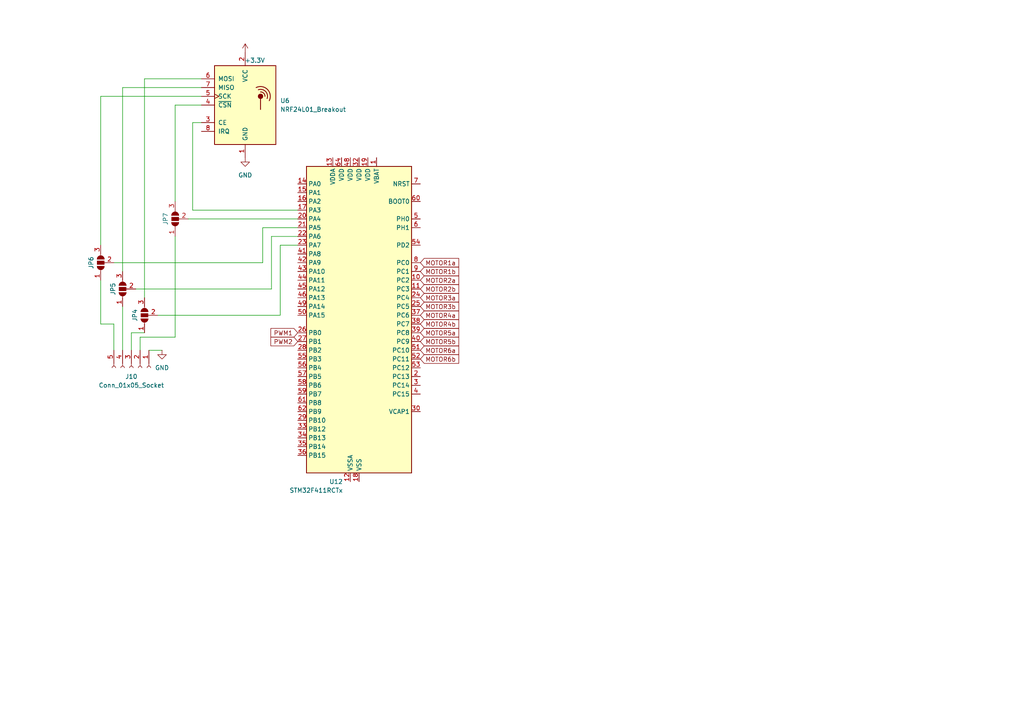
<source format=kicad_sch>
(kicad_sch (version 20250114) (generator "eeschema") (generator_version "9.0")
  (paper "A4")
  (lib_symbols
    (symbol "Connector:Conn_01x05_Socket" (pin_names (offset 1.016) (hide yes))
      (property "Reference" "J" (at 0 7.62 0))
      (property "Value" "Conn_01x05_Socket" (at 0 -7.62 0))
      (symbol "Conn_01x05_Socket_1_1"
        (polyline (pts (xy -1.27 5.08) (xy -0.508 5.08)) (stroke (width 0.1524)))
        (polyline (pts (xy -1.27 2.54) (xy -0.508 2.54)) (stroke (width 0.1524)))
        (polyline (pts (xy -1.27 0) (xy -0.508 0)) (stroke (width 0.1524)))
        (polyline (pts (xy -1.27 -2.54) (xy -0.508 -2.54)) (stroke (width 0.1524)))
        (polyline (pts (xy -1.27 -5.08) (xy -0.508 -5.08)) (stroke (width 0.1524)))
        (arc (start 0 4.572) (mid -0.5058 5.08) (end 0 5.588) (stroke (width 0.1524)))
        (arc (start 0 2.032) (mid -0.5058 2.54) (end 0 3.048) (stroke (width 0.1524)))
        (arc (start 0 -0.508) (mid -0.5058 0) (end 0 0.508) (stroke (width 0.1524)))
        (arc (start 0 -3.048) (mid -0.5058 -2.54) (end 0 -2.032) (stroke (width 0.1524)))
        (arc (start 0 -5.588) (mid -0.5058 -5.08) (end 0 -4.572) (stroke (width 0.1524)))
        (pin passive line (at -5.08 5.08 0) (length 3.81) (name "Pin_1") (number "1"))
        (pin passive line (at -5.08 2.54 0) (length 3.81) (name "Pin_2") (number "2"))
        (pin passive line (at -5.08 0 0) (length 3.81) (name "Pin_3") (number "3"))
        (pin passive line (at -5.08 -2.54 0) (length 3.81) (name "Pin_4") (number "4"))
        (pin passive line (at -5.08 -5.08 0) (length 3.81) (name "Pin_5") (number "5"))
      )
    )
    (symbol "Jumper:SolderJumper_3_Open" (pin_names (offset 0) (hide yes)) (in_bom no)
      (property "Reference" "JP" (at -2.54 -2.54 0))
      (property "Value" "SolderJumper_3_Open" (at 0 2.794 0))
      (symbol "SolderJumper_3_Open_0_1"
        (polyline (pts (xy -2.54 0) (xy -2.032 0)))
        (polyline (pts (xy -1.016 1.016) (xy -1.016 -1.016)))
        (arc (start -1.016 -1.016) (mid -2.0276 0) (end -1.016 1.016))
        (arc (start -1.016 -1.016) (mid -2.0276 0) (end -1.016 1.016) (fill (type outline)))
        (rectangle (start -0.508 1.016) (end 0.508 -1.016) (fill (type outline)))
        (polyline (pts (xy 0 -1.27) (xy 0 -1.016)))
        (arc (start 1.016 1.016) (mid 2.0276 0) (end 1.016 -1.016))
        (arc (start 1.016 1.016) (mid 2.0276 0) (end 1.016 -1.016) (fill (type outline)))
        (polyline (pts (xy 1.016 1.016) (xy 1.016 -1.016)))
        (polyline (pts (xy 2.54 0) (xy 2.032 0)))
      )
      (symbol "SolderJumper_3_Open_1_1"
        (pin passive line (at -5.08 0 0) (length 2.54) (name "A") (number "1"))
        (pin passive line (at 0 -3.81 90) (length 2.54) (name "C") (number "2"))
        (pin passive line (at 5.08 0 180) (length 2.54) (name "B") (number "3"))
      )
    )
    (symbol "MCU_ST_STM32F4:STM32F411RCTx"
      (property "Reference" "U" (at -15.24 46.99 0))
      (property "Value" "STM32F411RCTx" (at 10.16 46.99 0))
      (symbol "STM32F411RCTx_0_1"
        (rectangle (start -15.24 -43.18) (end 15.24 45.72) (stroke (width 0.254)) (fill (type background)))
      )
      (symbol "STM32F411RCTx_1_1"
        (pin input line (at -17.78 40.64 0) (length 2.54) (name "NRST") (number "7"))
        (pin input line (at -17.78 35.56 0) (length 2.54) (name "BOOT0") (number "60"))
        (pin bidirectional line (at -17.78 30.48 0) (length 2.54) (name "PH0") (number "5"))
        (pin bidirectional line (at -17.78 27.94 0) (length 2.54) (name "PH1") (number "6"))
        (pin bidirectional line (at -17.78 22.86 0) (length 2.54) (name "PD2") (number "54"))
        (pin bidirectional line (at -17.78 17.78 0) (length 2.54) (name "PC0") (number "8"))
        (pin bidirectional line (at -17.78 15.24 0) (length 2.54) (name "PC1") (number "9"))
        (pin bidirectional line (at -17.78 12.7 0) (length 2.54) (name "PC2") (number "10"))
        (pin bidirectional line (at -17.78 10.16 0) (length 2.54) (name "PC3") (number "11"))
        (pin bidirectional line (at -17.78 7.62 0) (length 2.54) (name "PC4") (number "24"))
        (pin bidirectional line (at -17.78 5.08 0) (length 2.54) (name "PC5") (number "25"))
        (pin bidirectional line (at -17.78 2.54 0) (length 2.54) (name "PC6") (number "37"))
        (pin bidirectional line (at -17.78 0 0) (length 2.54) (name "PC7") (number "38"))
        (pin bidirectional line (at -17.78 -2.54 0) (length 2.54) (name "PC8") (number "39"))
        (pin bidirectional line (at -17.78 -5.08 0) (length 2.54) (name "PC9") (number "40"))
        (pin bidirectional line (at -17.78 -7.62 0) (length 2.54) (name "PC10") (number "51"))
        (pin bidirectional line (at -17.78 -10.16 0) (length 2.54) (name "PC11") (number "52"))
        (pin bidirectional line (at -17.78 -12.7 0) (length 2.54) (name "PC12") (number "53"))
        (pin bidirectional line (at -17.78 -15.24 0) (length 2.54) (name "PC13") (number "2"))
        (pin bidirectional line (at -17.78 -17.78 0) (length 2.54) (name "PC14") (number "3"))
        (pin bidirectional line (at -17.78 -20.32 0) (length 2.54) (name "PC15") (number "4"))
        (pin power_out line (at -17.78 -25.4 0) (length 2.54) (name "VCAP1") (number "30"))
        (pin power_in line (at -5.08 48.26 270) (length 2.54) (name "VBAT") (number "1"))
        (pin power_in line (at -2.54 48.26 270) (length 2.54) (name "VDD") (number "19"))
        (pin power_in line (at 0 48.26 270) (length 2.54) (name "VDD") (number "32"))
        (pin power_in line (at 0 -45.72 90) (length 2.54) (name "VSS") (number "18"))
        (pin passive line (at 0 -45.72 90) (length 2.54) (hide yes) (name "VSS") (number "31"))
        (pin passive line (at 0 -45.72 90) (length 2.54) (hide yes) (name "VSS") (number "47"))
        (pin passive line (at 0 -45.72 90) (length 2.54) (hide yes) (name "VSS") (number "63"))
        (pin power_in line (at 2.54 48.26 270) (length 2.54) (name "VDD") (number "48"))
        (pin power_in line (at 2.54 -45.72 90) (length 2.54) (name "VSSA") (number "12"))
        (pin power_in line (at 5.08 48.26 270) (length 2.54) (name "VDD") (number "64"))
        (pin power_in line (at 7.62 48.26 270) (length 2.54) (name "VDDA") (number "13"))
        (pin bidirectional line (at 17.78 40.64 180) (length 2.54) (name "PA0") (number "14"))
        (pin bidirectional line (at 17.78 38.1 180) (length 2.54) (name "PA1") (number "15"))
        (pin bidirectional line (at 17.78 35.56 180) (length 2.54) (name "PA2") (number "16"))
        (pin bidirectional line (at 17.78 33.02 180) (length 2.54) (name "PA3") (number "17"))
        (pin bidirectional line (at 17.78 30.48 180) (length 2.54) (name "PA4") (number "20"))
        (pin bidirectional line (at 17.78 27.94 180) (length 2.54) (name "PA5") (number "21"))
        (pin bidirectional line (at 17.78 25.4 180) (length 2.54) (name "PA6") (number "22"))
        (pin bidirectional line (at 17.78 22.86 180) (length 2.54) (name "PA7") (number "23"))
        (pin bidirectional line (at 17.78 20.32 180) (length 2.54) (name "PA8") (number "41"))
        (pin bidirectional line (at 17.78 17.78 180) (length 2.54) (name "PA9") (number "42"))
        (pin bidirectional line (at 17.78 15.24 180) (length 2.54) (name "PA10") (number "43"))
        (pin bidirectional line (at 17.78 12.7 180) (length 2.54) (name "PA11") (number "44"))
        (pin bidirectional line (at 17.78 10.16 180) (length 2.54) (name "PA12") (number "45"))
        (pin bidirectional line (at 17.78 7.62 180) (length 2.54) (name "PA13") (number "46"))
        (pin bidirectional line (at 17.78 5.08 180) (length 2.54) (name "PA14") (number "49"))
        (pin bidirectional line (at 17.78 2.54 180) (length 2.54) (name "PA15") (number "50"))
        (pin bidirectional line (at 17.78 -2.54 180) (length 2.54) (name "PB0") (number "26"))
        (pin bidirectional line (at 17.78 -5.08 180) (length 2.54) (name "PB1") (number "27"))
        (pin bidirectional line (at 17.78 -7.62 180) (length 2.54) (name "PB2") (number "28"))
        (pin bidirectional line (at 17.78 -10.16 180) (length 2.54) (name "PB3") (number "55"))
        (pin bidirectional line (at 17.78 -12.7 180) (length 2.54) (name "PB4") (number "56"))
        (pin bidirectional line (at 17.78 -15.24 180) (length 2.54) (name "PB5") (number "57"))
        (pin bidirectional line (at 17.78 -17.78 180) (length 2.54) (name "PB6") (number "58"))
        (pin bidirectional line (at 17.78 -20.32 180) (length 2.54) (name "PB7") (number "59"))
        (pin bidirectional line (at 17.78 -22.86 180) (length 2.54) (name "PB8") (number "61"))
        (pin bidirectional line (at 17.78 -25.4 180) (length 2.54) (name "PB9") (number "62"))
        (pin bidirectional line (at 17.78 -27.94 180) (length 2.54) (name "PB10") (number "29"))
        (pin bidirectional line (at 17.78 -30.48 180) (length 2.54) (name "PB12") (number "33"))
        (pin bidirectional line (at 17.78 -33.02 180) (length 2.54) (name "PB13") (number "34"))
        (pin bidirectional line (at 17.78 -35.56 180) (length 2.54) (name "PB14") (number "35"))
        (pin bidirectional line (at 17.78 -38.1 180) (length 2.54) (name "PB15") (number "36"))
      )
    )
    (symbol "RF:NRF24L01_Breakout" (pin_names (offset 1.016))
      (property "Reference" "U" (at -8.89 12.7 0))
      (property "Value" "NRF24L01_Breakout" (at 3.81 12.7 0))
      (symbol "NRF24L01_Breakout_0_1"
        (rectangle (start -8.89 11.43) (end 8.89 -11.43) (stroke (width 0.254)) (fill (type background)))
        (arc (start 3.175 5.08) (mid 6.453 4.548) (end 6.985 1.27) (stroke (width 0.254)))
        (circle (center 4.445 2.54) (radius 0.635) (stroke (width 0.254)) (fill (type outline)))
        (polyline (pts (xy 4.445 1.905) (xy 4.445 -1.27)) (stroke (width 0.254)))
        (arc (start 3.81 4.445) (mid 5.8835 3.9785) (end 6.35 1.905) (stroke (width 0.254)))
        (arc (start 4.445 3.81) (mid 5.3558 3.4508) (end 5.715 2.54) (stroke (width 0.254)))
      )
      (symbol "NRF24L01_Breakout_1_1"
        (pin input line (at -12.7 7.62 0) (length 3.81) (name "MOSI") (number "6"))
        (pin output line (at -12.7 5.08 0) (length 3.81) (name "MISO") (number "7"))
        (pin input clock (at -12.7 2.54 0) (length 3.81) (name "SCK") (number "5"))
        (pin input line (at -12.7 0 0) (length 3.81) (name "~{CSN}") (number "4"))
        (pin input line (at -12.7 -5.08 0) (length 3.81) (name "CE") (number "3"))
        (pin output line (at -12.7 -7.62 0) (length 3.81) (name "IRQ") (number "8"))
        (pin power_in line (at 0 15.24 270) (length 3.81) (name "VCC") (number "2"))
        (pin power_in line (at 0 -15.24 90) (length 3.81) (name "GND") (number "1"))
      )
    )
    (symbol "power:+3.3V" (power) (pin_numbers (hide yes)) (pin_names (offset 0) (hide yes))
      (property "Value" "+3.3V" (at 0 3.556 0))
      (symbol "+3.3V_0_1"
        (polyline (pts (xy -0.762 1.27) (xy 0 2.54)))
        (polyline (pts (xy 0 2.54) (xy 0.762 1.27)))
        (polyline (pts (xy 0 0) (xy 0 2.54)))
      )
      (symbol "+3.3V_1_1"
        (pin power_in line (at 0 0 90) (length 0) (name "~") (number "1"))
      )
    )
    (symbol "power:GND" (power) (pin_numbers (hide yes)) (pin_names (offset 0) (hide yes))
      (property "Value" "GND" (at 0 -3.81 0))
      (symbol "GND_0_1"
        (polyline (pts (xy 0 0) (xy 0 -1.27) (xy 1.27 -1.27) (xy 0 -2.54) (xy -1.27 -1.27) (xy 0 -1.27)))
      )
      (symbol "GND_1_1"
        (pin power_in line (at 0 0 270) (length 0) (name "~") (number "1"))
      )
    )
  )
  (wire (pts (xy 78.74 68.58) (xy 86.36 68.58)))
  (wire (pts (xy 41.91 22.86) (xy 58.42 22.86)))
  (wire (pts (xy 54.61 63.5) (xy 86.36 63.5)))
  (wire (pts (xy 50.8 97.79) (xy 40.64 97.79)))
  (wire (pts (xy 39.37 83.82) (xy 78.74 83.82)))
  (wire (pts (xy 29.21 71.12) (xy 29.21 27.94)))
  (wire (pts (xy 35.56 88.9) (xy 35.56 101.6)))
  (wire (pts (xy 35.56 25.4) (xy 58.42 25.4)))
  (wire (pts (xy 76.2 66.04) (xy 86.36 66.04)))
  (wire (pts (xy 58.42 30.48) (xy 50.8 30.48)))
  (wire (pts (xy 45.72 91.44) (xy 81.28 91.44)))
  (wire (pts (xy 78.74 83.82) (xy 78.74 68.58)))
  (wire (pts (xy 58.42 35.56) (xy 55.88 35.56)))
  (wire (pts (xy 55.88 60.96) (xy 86.36 60.96)))
  (wire (pts (xy 29.21 93.98) (xy 29.21 81.28)))
  (wire (pts (xy 29.21 93.98) (xy 33.02 93.98)))
  (wire (pts (xy 33.02 76.2) (xy 76.2 76.2)))
  (wire (pts (xy 76.2 76.2) (xy 76.2 66.04)))
  (wire (pts (xy 35.56 78.74) (xy 35.56 25.4)))
  (wire (pts (xy 38.1 96.52) (xy 38.1 101.6)))
  (wire (pts (xy 81.28 71.12) (xy 86.36 71.12)))
  (wire (pts (xy 41.91 86.36) (xy 41.91 22.86)))
  (wire (pts (xy 50.8 30.48) (xy 50.8 58.42)))
  (wire (pts (xy 29.21 27.94) (xy 58.42 27.94)))
  (wire (pts (xy 50.8 68.58) (xy 50.8 97.79)))
  (wire (pts (xy 33.02 93.98) (xy 33.02 101.6)))
  (wire (pts (xy 81.28 91.44) (xy 81.28 71.12)))
  (wire (pts (xy 40.64 97.79) (xy 40.64 101.6)))
  (wire (pts (xy 55.88 35.56) (xy 55.88 60.96)))
  (wire (pts (xy 41.91 96.52) (xy 38.1 96.52)))
  (wire (pts (xy 43.18 101.6) (xy 46.99 101.6)))
  (global_label "MOTOR3b" (shape input) (at 121.92 88.9 0) (property "Intersheetrefs" "${INTERSHEET_REFS}" (effects (hide yes))))
  (global_label "MOTOR6b" (shape input) (at 121.92 104.14 0) (property "Intersheetrefs" "${INTERSHEET_REFS}" (effects (hide yes))))
  (global_label "MOTOR3a" (shape input) (at 121.92 86.36 0) (property "Intersheetrefs" "${INTERSHEET_REFS}" (effects (hide yes))))
  (global_label "MOTOR2b" (shape input) (at 121.92 83.82 0) (property "Intersheetrefs" "${INTERSHEET_REFS}" (effects (hide yes))))
  (global_label "MOTOR4a" (shape input) (at 121.92 91.44 0) (property "Intersheetrefs" "${INTERSHEET_REFS}" (effects (hide yes))))
  (global_label "MOTOR5b" (shape input) (at 121.92 99.06 0) (property "Intersheetrefs" "${INTERSHEET_REFS}" (effects (hide yes))))
  (global_label "MOTOR1b" (shape input) (at 121.92 78.74 0) (property "Intersheetrefs" "${INTERSHEET_REFS}" (effects (hide yes))))
  (global_label "MOTOR5a" (shape input) (at 121.92 96.52 0) (property "Intersheetrefs" "${INTERSHEET_REFS}" (effects (hide yes))))
  (global_label "MOTOR4b" (shape input) (at 121.92 93.98 0) (property "Intersheetrefs" "${INTERSHEET_REFS}" (effects (hide yes))))
  (global_label "PWM2" (shape input) (at 86.36 99.06 180) (property "Intersheetrefs" "${INTERSHEET_REFS}" (effects (hide yes))))
  (global_label "MOTOR6a" (shape input) (at 121.92 101.6 0) (property "Intersheetrefs" "${INTERSHEET_REFS}" (effects (hide yes))))
  (global_label "MOTOR1a" (shape input) (at 121.92 76.2 0) (property "Intersheetrefs" "${INTERSHEET_REFS}" (effects (hide yes))))
  (global_label "MOTOR2a" (shape input) (at 121.92 81.28 0) (property "Intersheetrefs" "${INTERSHEET_REFS}" (effects (hide yes))))
  (global_label "PWM1" (shape input) (at 86.36 96.52 180) (property "Intersheetrefs" "${INTERSHEET_REFS}" (effects (hide yes))))
  (symbol (lib_id "power:GND") (at 71.12 45.72 0) (unit 1)
    (property "Reference" "#PWR037" (effects (hide yes)))
    (property "Value" "GND" (at 71.12 50.8 0))
    (property "Description" "Power symbol creates a global label with name \"GND\" , ground" (effects (hide yes)))
  )
  (symbol (lib_id "Jumper:SolderJumper_3_Open") (at 35.56 83.82 90) (unit 1) (in_bom no)
    (property "Reference" "JP5" (at 32.766 83.82 0))
    (property "Value" "SolderJumper_3_Open" (effects (hide yes)))
    (property "Footprint" "Jumper:SolderJumper-3_P1.3mm_Open_RoundedPad1.0x1.5mm_NumberLabels" (effects (hide yes)))
    (property "Description" "Solder Jumper, 3-pole, open" (effects (hide yes)))
  )
  (symbol (lib_id "Jumper:SolderJumper_3_Open") (at 50.8 63.5 90) (unit 1) (in_bom no)
    (property "Reference" "JP7" (at 48.006 63.5 0))
    (property "Value" "SolderJumper_3_Open" (effects (hide yes)))
    (property "Footprint" "Jumper:SolderJumper-3_P1.3mm_Open_RoundedPad1.0x1.5mm_NumberLabels" (effects (hide yes)))
    (property "Description" "Solder Jumper, 3-pole, open" (effects (hide yes)))
  )
  (symbol (lib_id "Jumper:SolderJumper_3_Open") (at 41.91 91.44 90) (unit 1) (in_bom no)
    (property "Reference" "JP4" (at 39.116 91.44 0))
    (property "Value" "SolderJumper_3_Open" (effects (hide yes)))
    (property "Footprint" "Jumper:SolderJumper-3_P1.3mm_Open_RoundedPad1.0x1.5mm_NumberLabels" (effects (hide yes)))
    (property "Description" "Solder Jumper, 3-pole, open" (effects (hide yes)))
  )
  (symbol (lib_id "RF:NRF24L01_Breakout") (at 71.12 30.48 0) (unit 1)
    (property "Reference" "U6" (at 81.28 29.2099 0) (effects (justify left)))
    (property "Value" "NRF24L01_Breakout" (at 81.28 31.7499 0) (effects (justify left)))
    (property "Footprint" "RF_Module:nRF24L01_Breakout" (effects (hide yes)))
    (property "Datasheet" "http://www.nordicsemi.com/eng/content/download/2730/34105/file/nRF24L01_Product_Specification_v2_0.pdf" (effects (hide yes)))
    (property "Description" "Ultra low power 2.4GHz RF Transceiver, Carrier PCB" (effects (hide yes)))
  )
  (symbol (lib_id "power:GND") (at 46.99 101.6 0) (unit 1)
    (property "Reference" "#PWR039" (effects (hide yes)))
    (property "Value" "GND" (at 46.99 106.68 0))
    (property "Description" "Power symbol creates a global label with name \"GND\" , ground" (effects (hide yes)))
  )
  (symbol (lib_id "MCU_ST_STM32F4:STM32F411RCTx") (at 104.14 93.98 0) (mirror y) (unit 1)
    (property "Reference" "U12" (at 99.4567 139.7 0) (effects (justify left)))
    (property "Value" "STM32F411RCTx" (at 99.4567 142.24 0) (effects (justify left)))
    (property "Footprint" "Package_QFP:LQFP-64_10x10mm_P0.5mm" (effects (hide yes)))
    (property "Datasheet" "https://www.st.com/resource/en/datasheet/stm32f411rc.pdf" (effects (hide yes)))
    (property "Description" "STMicroelectronics Arm Cortex-M4 MCU, 256KB flash, 128KB RAM, 100 MHz, 1.7-3.6V, 50 GPIO, LQFP64" (effects (hide yes)))
  )
  (symbol (lib_id "power:+3.3V") (at 71.12 15.24 0) (unit 1)
    (property "Reference" "#PWR015" (effects (hide yes)))
    (property "Value" "+3.3V" (at 73.914 17.526 0))
    (property "Description" "Power symbol creates a global label with name \"+3.3V\"" (effects (hide yes)))
  )
  (symbol (lib_id "Jumper:SolderJumper_3_Open") (at 29.21 76.2 90) (unit 1) (in_bom no)
    (property "Reference" "JP6" (at 26.416 76.2 0))
    (property "Value" "SolderJumper_3_Open" (effects (hide yes)))
    (property "Footprint" "Jumper:SolderJumper-3_P1.3mm_Open_RoundedPad1.0x1.5mm_NumberLabels" (effects (hide yes)))
    (property "Description" "Solder Jumper, 3-pole, open" (effects (hide yes)))
  )
  (symbol (lib_id "Connector:Conn_01x05_Socket") (at 38.1 106.68 270) (unit 1)
    (property "Reference" "J10" (at 38.1 109.22 90))
    (property "Value" "Conn_01x05_Socket" (at 38.1 111.76 90))
    (property "Footprint" "Connector_Wire:SolderWire-0.5sqmm_1x05_P4.8mm_D0.9mm_OD2.3mm_Relief" (effects (hide yes)))
    (property "Description" "Generic connector, single row, 01x05, script generated" (effects (hide yes)))
  )
)
</source>
